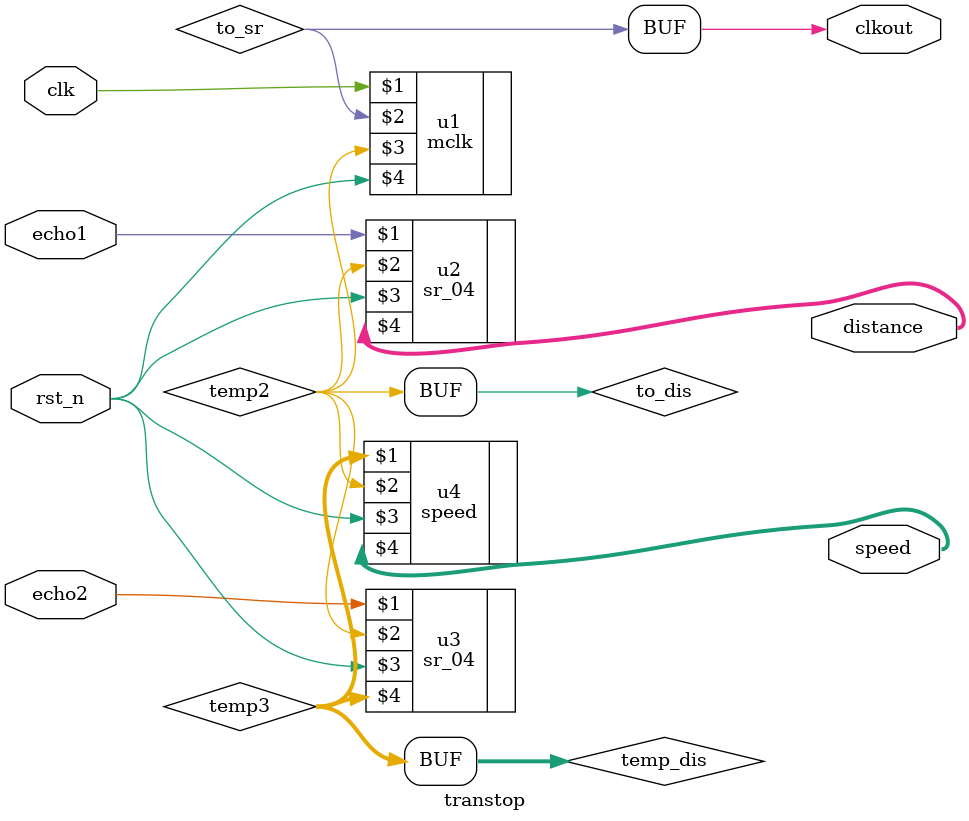
<source format=v>
module transtop(clk,clkout,rst_n,echo1,echo2,distance,speed);
input clk,rst_n,echo1,echo2;
output wire[13:0]distance,speed;
output  clkout;
wire to_dis,to_sr;
wire temp1,temp2;
wire[9:0]temp3;
wire[9:0]temp_dis;
assign temp2=to_dis;
assign temp3=temp_dis;
assign clkout=to_sr;
mclk u1(clk,to_sr,to_dis,rst_n);
sr_04 u2(echo1,temp2,rst_n,distance);
sr_04 u3(echo2,temp2,rst_n,temp_dis);
speed u4(temp3,temp2,rst_n,speed);
endmodule



</source>
